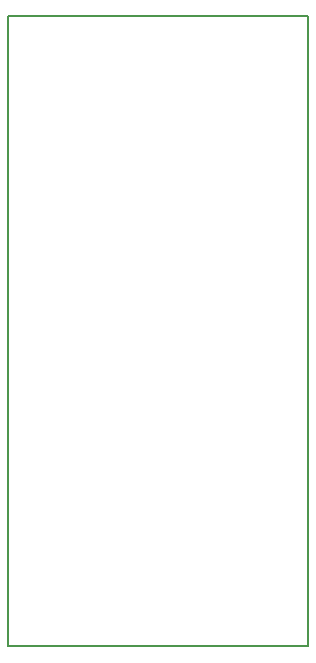
<source format=gbo>
G75*
%MOIN*%
%OFA0B0*%
%FSLAX25Y25*%
%IPPOS*%
%LPD*%
%AMOC8*
5,1,8,0,0,1.08239X$1,22.5*
%
%ADD10C,0.00500*%
D10*
X0041333Y0007000D02*
X0041333Y0217000D01*
X0141333Y0217000D01*
X0141333Y0007000D01*
X0041333Y0007000D01*
M02*

</source>
